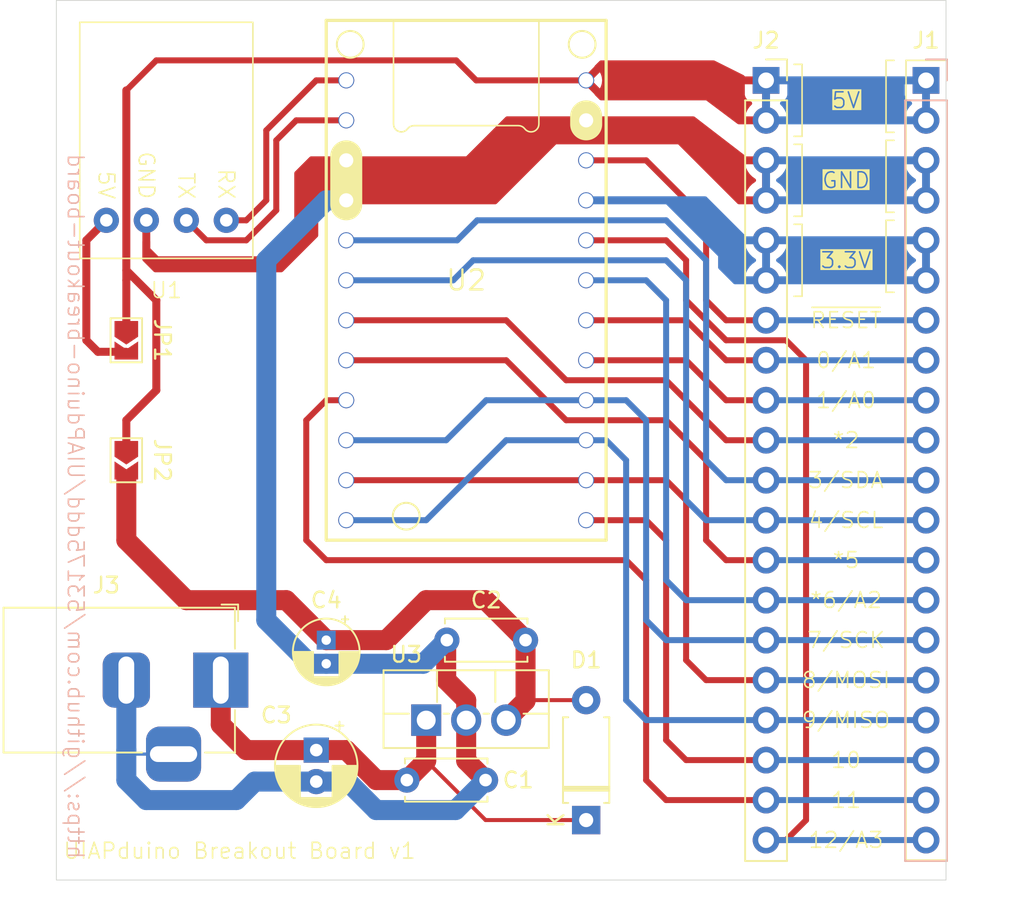
<source format=kicad_pcb>
(kicad_pcb (version 20240108) (generator "pcbnew") (generator_version "8.0")
  (layers (0 "F.Cu" signal) (31 "B.Cu" signal) (34 "B.Paste" user) (35 "F.Paste" user) (36 "B.SilkS" user "B.Silkscreen") (37 "F.SilkS" user "F.Silkscreen") (38 "B.Mask" user) (39 "F.Mask" user) (44 "Edge.Cuts" user))
  (net 0 "")
  (net 1 "+5V")
  (net 2 "Net-(J1-Pin_8)")
  (net 3 "GND")
  (net 4 "Net-(J1-Pin_15)")
  (net 5 "Net-(J1-Pin_11)")
  (net 6 "Net-(J1-Pin_19)")
  (net 7 "Net-(J1-Pin_9)")
  (net 8 "Net-(J1-Pin_20)")
  (net 9 "Net-(J1-Pin_10)")
  (net 10 "Net-(J1-Pin_13)")
  (net 11 "+3.3V")
  (net 12 "Net-(J1-Pin_17)")
  (net 13 "Net-(J1-Pin_18)")
  (net 14 "Net-(J1-Pin_16)")
  (net 15 "Net-(J1-Pin_12)")
  (net 16 "Net-(J1-Pin_14)")
  (net 17 "Net-(U1-TX)")
  (net 18 "Net-(U1-RX)")
  (net 19 "Net-(J1-Pin_7)")
  (net 20 "+12V")
  (net 21 "Net-(D1-A)")
  (net 22 "Net-(JP1-B)")
  (footprint "akizuki:FT234X" (layer "F.Cu") (at 133.35 63.5)
    (property "Reference" "U1" (at 0 17.145 0) (layer "F.SilkS") (effects (font (thickness 0.1))))
    (property "Value" "~")
    (fp_text user "TX" (at 1.27 11.43 -90) (layer "F.SilkS") (effects (font (thickness 0.1)) (justify right)))
    (fp_text user "5V" (at -3.81 11.43 -90) (layer "F.SilkS") (effects (font (thickness 0.1)) (justify right)))
    (fp_text user "GND" (at -1.27 11.43 -90) (layer "F.SilkS") (effects (font (thickness 0.1)) (justify right)))
    (fp_text user "RX" (at 3.81 11.43 -90) (layer "F.SilkS") (effects (font (thickness 0.1)) (justify right)))
    (pad "1" thru_hole circle (at -3.81 12.7 90) (size 1.6 1.6) (drill 0.8) (layers "*.Cu" "*.Mask") (net 22 "Net-(JP1-B)"))
    (pad "2" thru_hole circle (at -1.27 12.7 90) (size 1.6 1.6) (drill 0.8) (layers "*.Cu" "*.Mask") (net 3 "GND"))
    (pad "3" thru_hole circle (at 1.27 12.7 90) (size 1.6 1.6) (drill 0.8) (layers "*.Cu" "*.Mask") (net 17 "Net-(U1-TX)"))
    (pad "4" thru_hole circle (at 3.81 12.7 90) (size 1.6 1.6) (drill 0.8) (layers "*.Cu" "*.Mask") (net 18 "Net-(U1-RX)"))
  )
  (footprint "Jumper:SolderJumper-2_P1.3mm_Open_TrianglePad1.0x1.5mm" (layer "F.Cu") (at 130.81 83.82 -90)
    (property "Reference" "JP1" (at 0 -2.286 -90) (layer "F.SilkS"))
    (property "Value" "Jumper_2_Open")
    (pad "1" smd custom (at -0.725 0 270) (size 0.3 0.3) (layers "F.Cu" "F.Mask") (net 1 "+5V") (options (clearance outline) (anchor rect)) (primitives (gr_poly (pts (xy 1 0) (xy 0.5 0.75) (xy -0.5 0.75) (xy -0.5 -0.75) (xy 0.5 -0.75)) (width 0) (fill yes))))
    (pad "2" smd custom (at 0.725 0 270) (size 0.3 0.3) (layers "F.Cu" "F.Mask") (net 22 "Net-(JP1-B)") (options (clearance outline) (anchor rect)) (primitives (gr_poly (pts (xy 0.5 0.75) (xy -0.65 0.75) (xy -0.15 0) (xy -0.65 -0.75) (xy 0.5 -0.75)) (width 0) (fill yes))))
  )
  (footprint "Diode_THT:D_A-405_P7.62mm_Horizontal" (layer "F.Cu") (at 160.02 114.3 90)
    (property "Reference" "D1" (at 10.16 0 0) (layer "F.SilkS"))
    (property "Value" "D")
    (fp_text user "K" (at 0 -1.9 90) (layer "F.SilkS"))
    (pad "1" thru_hole rect (at 0 0 90) (size 1.8 1.8) (drill 0.9) (layers "*.Cu" "*.Mask") (net 20 "+12V"))
    (pad "2" thru_hole oval (at 7.62 0 90) (size 1.8 1.8) (drill 0.9) (layers "*.Cu" "*.Mask") (net 21 "Net-(D1-A)"))
  )
  (footprint "Package_TO_SOT_THT:TO-220F-3_Vertical" (layer "F.Cu") (at 149.86 107.95)
    (property "Reference" "U3" (at -1.27 -4.1675 0) (layer "F.SilkS"))
    (property "Value" "L7805")
    (pad "1" thru_hole rect (at 0 0) (size 1.905 2) (drill 1.2) (layers "*.Cu" "*.Mask") (net 20 "+12V"))
    (pad "2" thru_hole oval (at 2.54 0) (size 1.905 2) (drill 1.2) (layers "*.Cu" "*.Mask") (net 3 "GND"))
    (pad "3" thru_hole oval (at 5.08 0) (size 1.905 2) (drill 1.2) (layers "*.Cu" "*.Mask") (net 21 "Net-(D1-A)"))
  )
  (footprint "Capacitor_THT:CP_Radial_D5.0mm_P2.00mm" (layer "F.Cu") (at 142.875 109.855 -90)
    (property "Reference" "C3" (at -2.219888 2.54 0) (layer "F.SilkS"))
    (property "Value" "47u")
    (pad "1" thru_hole rect (at 0 0 270) (size 1.6 1.6) (drill 0.8) (layers "*.Cu" "*.Mask") (net 20 "+12V"))
    (pad "2" thru_hole circle (at 2 0 270) (size 1.6 1.6) (drill 0.8) (layers "*.Cu" "*.Mask") (net 3 "GND"))
  )
  (footprint "Connector_BarrelJack:BarrelJack_Horizontal" (layer "F.Cu") (at 136.81 105.41)
    (property "Reference" "J3" (at -7.27 -6.0275 0) (layer "F.SilkS"))
    (property "Value" "Barrel_Jack_Switch")
    (pad "1" thru_hole rect (at 0 0) (size 3.5 3.5) (drill oval 1 3) (layers "*.Cu" "*.Mask") (net 20 "+12V") (thermal_bridge_width 2))
    (pad "2" thru_hole roundrect (at -6 0) (size 3 3.5) (drill oval 1 3) (layers "*.Cu" "*.Mask") (net 3 "GND"))
    (pad "3" thru_hole roundrect (at -3 4.7) (size 3.5 3.5) (drill oval 3 1) (layers "*.Cu" "*.Mask") (net 3 "GND"))
  )
  (footprint "Capacitor_THT:C_Disc_D5.0mm_W2.5mm_P5.00mm" (layer "F.Cu") (at 148.63 111.76)
    (property "Reference" "C1" (at 7.072 0 180) (layer "F.SilkS"))
    (property "Value" "0.22u")
    (pad "1" thru_hole circle (at 0 0) (size 1.6 1.6) (drill 0.8) (layers "*.Cu" "*.Mask") (net 20 "+12V"))
    (pad "2" thru_hole circle (at 5 0) (size 1.6 1.6) (drill 0.8) (layers "*.Cu" "*.Mask") (net 3 "GND"))
  )
  (footprint "Capacitor_THT:C_Disc_D5.0mm_W2.5mm_P5.00mm" (layer "F.Cu") (at 156.17 102.87 180)
    (property "Reference" "C2" (at 2.5 2.54 0) (layer "F.SilkS"))
    (property "Value" "0.1u")
    (pad "1" thru_hole circle (at 0 0 180) (size 1.6 1.6) (drill 0.8) (layers "*.Cu" "*.Mask") (net 21 "Net-(D1-A)"))
    (pad "2" thru_hole circle (at 5 0 180) (size 1.6 1.6) (drill 0.8) (layers "*.Cu" "*.Mask") (net 3 "GND"))
  )
  (footprint "Connector_PinSocket_2.54mm:PinSocket_1x20_P2.54mm_Vertical" (layer "F.Cu") (at 171.45 67.31)
    (property "Reference" "J2" (at 0 -2.54 0) (layer "F.SilkS"))
    (property "Value" "Conn_01x20_Socket")
    (pad "1" thru_hole rect (at 0 0) (size 1.7 1.7) (drill 1) (layers "*.Cu" "*.Mask") (net 1 "+5V"))
    (pad "2" thru_hole oval (at 0 2.54) (size 1.7 1.7) (drill 1) (layers "*.Cu" "*.Mask") (net 1 "+5V"))
    (pad "3" thru_hole oval (at 0 5.08) (size 1.7 1.7) (drill 1) (layers "*.Cu" "*.Mask") (net 3 "GND"))
    (pad "4" thru_hole oval (at 0 7.62) (size 1.7 1.7) (drill 1) (layers "*.Cu" "*.Mask") (net 3 "GND"))
    (pad "5" thru_hole oval (at 0 10.16) (size 1.7 1.7) (drill 1) (layers "*.Cu" "*.Mask") (net 11 "+3.3V"))
    (pad "6" thru_hole oval (at 0 12.7) (size 1.7 1.7) (drill 1) (layers "*.Cu" "*.Mask") (net 11 "+3.3V"))
    (pad "7" thru_hole oval (at 0 15.24) (size 1.7 1.7) (drill 1) (layers "*.Cu" "*.Mask") (net 19 "Net-(J1-Pin_7)"))
    (pad "8" thru_hole oval (at 0 17.78) (size 1.7 1.7) (drill 1) (layers "*.Cu" "*.Mask") (net 2 "Net-(J1-Pin_8)"))
    (pad "9" thru_hole oval (at 0 20.32) (size 1.7 1.7) (drill 1) (layers "*.Cu" "*.Mask") (net 7 "Net-(J1-Pin_9)"))
    (pad "10" thru_hole oval (at 0 22.86) (size 1.7 1.7) (drill 1) (layers "*.Cu" "*.Mask") (net 9 "Net-(J1-Pin_10)"))
    (pad "11" thru_hole oval (at 0 25.4) (size 1.7 1.7) (drill 1) (layers "*.Cu" "*.Mask") (net 5 "Net-(J1-Pin_11)"))
    (pad "12" thru_hole oval (at 0 27.94) (size 1.7 1.7) (drill 1) (layers "*.Cu" "*.Mask") (net 15 "Net-(J1-Pin_12)"))
    (pad "13" thru_hole oval (at 0 30.48) (size 1.7 1.7) (drill 1) (layers "*.Cu" "*.Mask") (net 10 "Net-(J1-Pin_13)"))
    (pad "14" thru_hole oval (at 0 33.02) (size 1.7 1.7) (drill 1) (layers "*.Cu" "*.Mask") (net 16 "Net-(J1-Pin_14)"))
    (pad "15" thru_hole oval (at 0 35.56) (size 1.7 1.7) (drill 1) (layers "*.Cu" "*.Mask") (net 4 "Net-(J1-Pin_15)"))
    (pad "16" thru_hole oval (at 0 38.1) (size 1.7 1.7) (drill 1) (layers "*.Cu" "*.Mask") (net 14 "Net-(J1-Pin_16)"))
    (pad "17" thru_hole oval (at 0 40.64) (size 1.7 1.7) (drill 1) (layers "*.Cu" "*.Mask") (net 12 "Net-(J1-Pin_17)"))
    (pad "18" thru_hole oval (at 0 43.18) (size 1.7 1.7) (drill 1) (layers "*.Cu" "*.Mask") (net 13 "Net-(J1-Pin_18)"))
    (pad "19" thru_hole oval (at 0 45.72) (size 1.7 1.7) (drill 1) (layers "*.Cu" "*.Mask") (net 6 "Net-(J1-Pin_19)"))
    (pad "20" thru_hole oval (at 0 48.26) (size 1.7 1.7) (drill 1) (layers "*.Cu" "*.Mask") (net 8 "Net-(J1-Pin_20)"))
  )
  (footprint "UIAP-Devices:UIAPDUINO-PRO-MICRO-CH32V003-V1DOT4" (layer "F.Cu") (at 152.4 80.01)
    (property "Reference" "U2" (at 0 0 0) (layer "F.SilkS") (effects (font (size 1.27 1.27))))
    (property "Value" "~")
    (pad "1" thru_hole circle (at -7.62 -12.7) (size 1.016 1.016) (drill 0.89916) (layers "*.Cu" "*.Paste" "*.Mask") (net 18 "Net-(U1-RX)"))
    (pad "2" thru_hole circle (at -7.62 -10.16) (size 1.016 1.016) (drill 0.89916) (layers "*.Cu" "*.Paste" "*.Mask") (net 17 "Net-(U1-TX)"))
    (pad "3" thru_hole circle (at -7.62 -7.62) (size 1.016 1.016) (drill 0.89916) (layers "*.Cu" "*.Paste" "*.Mask") (net 3 "GND"))
    (pad "4" thru_hole circle (at -7.62 -5.08) (size 1.016 1.016) (drill 0.89916) (layers "*.Cu" "*.Paste" "*.Mask") (net 3 "GND"))
    (pad "5" thru_hole circle (at -7.62 -2.54) (size 1.016 1.016) (drill 0.89916) (layers "*.Cu" "*.Paste" "*.Mask") (net 5 "Net-(J1-Pin_11)"))
    (pad "6" thru_hole circle (at -7.62 0) (size 1.016 1.016) (drill 0.89916) (layers "*.Cu" "*.Paste" "*.Mask") (net 15 "Net-(J1-Pin_12)"))
    (pad "7" thru_hole circle (at -7.62 2.54) (size 1.016 1.016) (drill 0.89916) (layers "*.Cu" "*.Paste" "*.Mask") (net 9 "Net-(J1-Pin_10)"))
    (pad "8" thru_hole circle (at -7.62 5.08) (size 1.016 1.016) (drill 0.89916) (layers "*.Cu" "*.Paste" "*.Mask") (net 10 "Net-(J1-Pin_13)"))
    (pad "9" thru_hole circle (at -7.62 7.62) (size 1.016 1.016) (drill 0.89916) (layers "*.Cu" "*.Paste" "*.Mask") (net 6 "Net-(J1-Pin_19)"))
    (pad "10" thru_hole circle (at -7.62 10.16) (size 1.016 1.016) (drill 0.89916) (layers "*.Cu" "*.Paste" "*.Mask") (net 4 "Net-(J1-Pin_15)"))
    (pad "11" thru_hole circle (at -7.62 12.7) (size 1.016 1.016) (drill 0.89916) (layers "*.Cu" "*.Paste" "*.Mask") (net 14 "Net-(J1-Pin_16)"))
    (pad "12" thru_hole circle (at -7.62 15.24) (size 1.016 1.016) (drill 0.89916) (layers "*.Cu" "*.Paste" "*.Mask") (net 12 "Net-(J1-Pin_17)"))
    (pad "13" thru_hole circle (at 7.62 15.24) (size 1.016 1.016) (drill 0.89916) (layers "*.Cu" "*.Paste" "*.Mask") (net 13 "Net-(J1-Pin_18)"))
    (pad "14" thru_hole circle (at 7.62 12.7) (size 1.016 1.016) (drill 0.89916) (layers "*.Cu" "*.Paste" "*.Mask") (net 14 "Net-(J1-Pin_16)"))
    (pad "15" thru_hole circle (at 7.62 10.16) (size 1.016 1.016) (drill 0.89916) (layers "*.Cu" "*.Paste" "*.Mask") (net 12 "Net-(J1-Pin_17)"))
    (pad "16" thru_hole circle (at 7.62 7.62) (size 1.016 1.016) (drill 0.89916) (layers "*.Cu" "*.Paste" "*.Mask") (net 4 "Net-(J1-Pin_15)"))
    (pad "17" thru_hole circle (at 7.62 5.08) (size 1.016 1.016) (drill 0.89916) (layers "*.Cu" "*.Paste" "*.Mask") (net 7 "Net-(J1-Pin_9)"))
    (pad "18" thru_hole circle (at 7.62 2.54) (size 1.016 1.016) (drill 0.89916) (layers "*.Cu" "*.Paste" "*.Mask") (net 2 "Net-(J1-Pin_8)"))
    (pad "19" thru_hole circle (at 7.62 0) (size 1.016 1.016) (drill 0.89916) (layers "*.Cu" "*.Paste" "*.Mask") (net 16 "Net-(J1-Pin_14)"))
    (pad "20" thru_hole circle (at 7.62 -2.54) (size 1.016 1.016) (drill 0.89916) (layers "*.Cu" "*.Paste" "*.Mask") (net 8 "Net-(J1-Pin_20)"))
    (pad "21" thru_hole circle (at 7.62 -5.08) (size 1.016 1.016) (drill 0.89916) (layers "*.Cu" "*.Paste" "*.Mask") (net 11 "+3.3V"))
    (pad "22" thru_hole circle (at 7.62 -7.62) (size 1.016 1.016) (drill 0.89916) (layers "*.Cu" "*.Paste" "*.Mask") (net 19 "Net-(J1-Pin_7)"))
    (pad "23" thru_hole circle (at 7.62 -10.16) (size 1.016 1.016) (drill 0.89916) (layers "*.Cu" "*.Paste" "*.Mask") (net 3 "GND"))
    (pad "24" thru_hole circle (at 7.62 -12.7) (size 1.016 1.016) (drill 0.89916) (layers "*.Cu" "*.Paste" "*.Mask") (net 1 "+5V"))
  )
  (footprint "Capacitor_THT:CP_Radial_D4.0mm_P1.50mm" (layer "F.Cu") (at 143.51 102.87 -90)
    (property "Reference" "C4" (at -2.54 0 0) (layer "F.SilkS"))
    (property "Value" "10u")
    (pad "1" thru_hole rect (at 0 0 270) (size 1.2 1.2) (drill 0.6) (layers "*.Cu" "*.Mask") (net 21 "Net-(D1-A)") (thermal_bridge_width 1))
    (pad "2" thru_hole circle (at 1.5 0 270) (size 1.2 1.2) (drill 0.6) (layers "*.Cu" "*.Mask") (net 3 "GND"))
  )
  (footprint "Jumper:SolderJumper-2_P1.3mm_Open_TrianglePad1.0x1.5mm" (layer "F.Cu") (at 130.81 91.44 -90)
    (property "Reference" "JP2" (at 0 -2.286 -90) (layer "F.SilkS"))
    (property "Value" "Jumper_2_Open")
    (pad "1" smd custom (at -0.725 0 270) (size 0.3 0.3) (layers "F.Cu" "F.Mask") (net 1 "+5V") (options (clearance outline) (anchor rect)) (primitives (gr_poly (pts (xy 1 0) (xy 0.5 0.75) (xy -0.5 0.75) (xy -0.5 -0.75) (xy 0.5 -0.75)) (width 0) (fill yes))))
    (pad "2" smd custom (at 0.725 0 270) (size 0.3 0.3) (layers "F.Cu" "F.Mask") (net 21 "Net-(D1-A)") (options (clearance outline) (anchor rect)) (primitives (gr_poly (pts (xy 0.5 0.75) (xy -0.65 0.75) (xy -0.15 0) (xy -0.65 -0.75) (xy 0.5 -0.75)) (width 0) (fill yes))))
  )
  (footprint "Connector_PinHeader_2.54mm:PinHeader_1x20_P2.54mm_Vertical" (layer "B.Cu") (at 181.61 67.31 180)
    (property "Reference" "J1" (at 0 2.54 0) (layer "F.SilkS"))
    (property "Value" "Conn_01x20_Pin")
    (pad "1" thru_hole rect (at 0 0 180) (size 1.7 1.7) (drill 1) (layers "*.Cu" "*.Mask") (net 1 "+5V"))
    (pad "2" thru_hole oval (at 0 -2.54 180) (size 1.7 1.7) (drill 1) (layers "*.Cu" "*.Mask") (net 1 "+5V"))
    (pad "3" thru_hole oval (at 0 -5.08 180) (size 1.7 1.7) (drill 1) (layers "*.Cu" "*.Mask") (net 3 "GND"))
    (pad "4" thru_hole oval (at 0 -7.62 180) (size 1.7 1.7) (drill 1) (layers "*.Cu" "*.Mask") (net 3 "GND"))
    (pad "5" thru_hole oval (at 0 -10.16 180) (size 1.7 1.7) (drill 1) (layers "*.Cu" "*.Mask") (net 11 "+3.3V"))
    (pad "6" thru_hole oval (at 0 -12.7 180) (size 1.7 1.7) (drill 1) (layers "*.Cu" "*.Mask") (net 11 "+3.3V"))
    (pad "7" thru_hole oval (at 0 -15.24 180) (size 1.7 1.7) (drill 1) (layers "*.Cu" "*.Mask") (net 19 "Net-(J1-Pin_7)"))
    (pad "8" thru_hole oval (at 0 -17.78 180) (size 1.7 1.7) (drill 1) (layers "*.Cu" "*.Mask") (net 2 "Net-(J1-Pin_8)"))
    (pad "9" thru_hole oval (at 0 -20.32 180) (size 1.7 1.7) (drill 1) (layers "*.Cu" "*.Mask") (net 7 "Net-(J1-Pin_9)"))
    (pad "10" thru_hole oval (at 0 -22.86 180) (size 1.7 1.7) (drill 1) (layers "*.Cu" "*.Mask") (net 9 "Net-(J1-Pin_10)"))
    (pad "11" thru_hole oval (at 0 -25.4 180) (size 1.7 1.7) (drill 1) (layers "*.Cu" "*.Mask") (net 5 "Net-(J1-Pin_11)"))
    (pad "12" thru_hole oval (at 0 -27.94 180) (size 1.7 1.7) (drill 1) (layers "*.Cu" "*.Mask") (net 15 "Net-(J1-Pin_12)"))
    (pad "13" thru_hole oval (at 0 -30.48 180) (size 1.7 1.7) (drill 1) (layers "*.Cu" "*.Mask") (net 10 "Net-(J1-Pin_13)"))
    (pad "14" thru_hole oval (at 0 -33.02 180) (size 1.7 1.7) (drill 1) (layers "*.Cu" "*.Mask") (net 16 "Net-(J1-Pin_14)"))
    (pad "15" thru_hole oval (at 0 -35.56 180) (size 1.7 1.7) (drill 1) (layers "*.Cu" "*.Mask") (net 4 "Net-(J1-Pin_15)"))
    (pad "16" thru_hole oval (at 0 -38.1 180) (size 1.7 1.7) (drill 1) (layers "*.Cu" "*.Mask") (net 14 "Net-(J1-Pin_16)"))
    (pad "17" thru_hole oval (at 0 -40.64 180) (size 1.7 1.7) (drill 1) (layers "*.Cu" "*.Mask") (net 12 "Net-(J1-Pin_17)"))
    (pad "18" thru_hole oval (at 0 -43.18 180) (size 1.7 1.7) (drill 1) (layers "*.Cu" "*.Mask") (net 13 "Net-(J1-Pin_18)"))
    (pad "19" thru_hole oval (at 0 -45.72 180) (size 1.7 1.7) (drill 1) (layers "*.Cu" "*.Mask") (net 6 "Net-(J1-Pin_19)"))
    (pad "20" thru_hole oval (at 0 -48.26 180) (size 1.7 1.7) (drill 1) (layers "*.Cu" "*.Mask") (net 8 "Net-(J1-Pin_20)"))
  )
  (gr_line (start 173.228 66.294) (end 173.736 66.294) (stroke (width 0.1)) (layer "F.SilkS"))
  (gr_line (start 173.736 71.374) (end 173.736 75.946) (stroke (width 0.1)) (layer "F.SilkS"))
  (gr_line (start 179.578 75.692) (end 179.07 75.692) (stroke (width 0.1)) (layer "F.SilkS"))
  (gr_line (start 173.736 81.026) (end 173.228 81.026) (stroke (width 0.1)) (layer "F.SilkS"))
  (gr_line (start 182.88 116.84) (end 180.34 116.84) (stroke (width 0.1)) (layer "F.SilkS"))
  (gr_line (start 180.34 66.04) (end 182.88 66.04) (stroke (width 0.1)) (layer "F.SilkS"))
  (gr_line (start 173.228 71.374) (end 173.736 71.374) (stroke (width 0.1)) (layer "F.SilkS"))
  (gr_line (start 179.578 70.612) (end 179.07 70.612) (stroke (width 0.1)) (layer "F.SilkS"))
  (gr_line (start 179.07 70.612) (end 179.07 66.04) (stroke (width 0.1)) (layer "F.SilkS"))
  (gr_line (start 180.34 116.84) (end 180.34 66.04) (stroke (width 0.1)) (layer "F.SilkS"))
  (gr_line (start 179.578 80.772) (end 179.07 80.772) (stroke (width 0.1)) (layer "F.SilkS"))
  (gr_line (start 173.736 76.454) (end 173.736 81.026) (stroke (width 0.1)) (layer "F.SilkS"))
  (gr_line (start 179.07 80.772) (end 179.07 76.2) (stroke (width 0.1)) (layer "F.SilkS"))
  (gr_line (start 179.07 71.12) (end 179.578 71.12) (stroke (width 0.1)) (layer "F.SilkS"))
  (gr_line (start 179.07 66.04) (end 179.578 66.04) (stroke (width 0.1)) (layer "F.SilkS"))
  (gr_line (start 173.228 76.454) (end 173.736 76.454) (stroke (width 0.1)) (layer "F.SilkS"))
  (gr_line (start 173.736 75.946) (end 173.228 75.946) (stroke (width 0.1)) (layer "F.SilkS"))
  (gr_line (start 179.07 75.692) (end 179.07 71.12) (stroke (width 0.1)) (layer "F.SilkS"))
  (gr_line (start 179.07 76.2) (end 179.578 76.2) (stroke (width 0.1)) (layer "F.SilkS"))
  (gr_line (start 173.736 66.294) (end 173.736 70.866) (stroke (width 0.1)) (layer "F.SilkS"))
  (gr_line (start 173.736 70.866) (end 173.228 70.866) (stroke (width 0.1)) (layer "F.SilkS"))
  (gr_rect (start 126.365 62.23) (end 182.88 118.11) (stroke (width 0.05)) (fill none) (layer "Edge.Cuts"))
  (gr_text "https://github.com/53175ddd/UIAPduino-breakout-board" (at 127 116.84 -90) (layer "B.SilkS") (effects (font (size 1 1) (thickness 0.1)) (justify left bottom mirror)))
  (gr_text "0/A1" (at 176.53 85.09 0) (layer "F.SilkS") (effects (font (size 1 1) (thickness 0.1))))
  (gr_text "3/SDA" (at 176.53 92.71 0) (layer "F.SilkS") (effects (font (size 1 1) (thickness 0.1))))
  (gr_text "UIAPduino Breakout Board v1" (at 126.746 116.84 0) (layer "F.SilkS") (effects (font (size 1 1) (thickness 0.1)) (justify left bottom)))
  (gr_text "1/A0" (at 176.53 87.63 0) (layer "F.SilkS") (effects (font (size 1 1) (thickness 0.1))))
  (gr_text "11" (at 176.53 113.03 0) (layer "F.SilkS") (effects (font (size 1 1) (thickness 0.1))))
  (gr_text "5V" (at 176.53 68.58 0) (layer "F.SilkS" knockout) (effects (font (size 1 1) (thickness 0.1))))
  (gr_text "*5" (at 176.53 97.79 0) (layer "F.SilkS") (effects (font (size 1 1) (thickness 0.1))))
  (gr_text "*6/A2" (at 176.53 100.33 0) (layer "F.SilkS") (effects (font (size 1 1) (thickness 0.1))))
  (gr_text "12/A3" (at 176.53 115.57 0) (layer "F.SilkS") (effects (font (size 1 1) (thickness 0.1))))
  (gr_text "9/MISO" (at 176.53 107.95 0) (layer "F.SilkS") (effects (font (size 1 1) (thickness 0.1))))
  (gr_text "GND" (at 176.53 73.66 0) (layer "F.SilkS" knockout) (effects (font (size 1 1) (thickness 0.1))))
  (gr_text "3.3V" (at 176.53 78.74 0) (layer "F.SilkS" knockout) (effects (font (size 1 1) (thickness 0.1))))
  (gr_text "7/SCK" (at 176.53 102.87 0) (layer "F.SilkS") (effects (font (size 1 1) (thickness 0.1))))
  (gr_text "~{RESET}" (at 176.53 82.55 0) (layer "F.SilkS") (effects (font (size 1 1) (thickness 0.1))))
  (gr_text "4/SCL" (at 176.53 95.25 0) (layer "F.SilkS") (effects (font (size 1 1) (thickness 0.1))))
  (gr_text "*2" (at 176.53 90.17 0) (layer "F.SilkS") (effects (font (size 1 1) (thickness 0.1))))
  (gr_text "10" (at 176.53 110.49 0) (layer "F.SilkS") (effects (font (size 1 1) (thickness 0.1))))
  (gr_text "8/MOSI" (at 176.53 105.41 0) (layer "F.SilkS") (effects (font (size 1 1) (thickness 0.1))))
  (segment (start 130.81 90.715) (end 130.81 88.9) (width 0.508) (layer "F.Cu") (net 1))
  (segment (start 132.715 81.28) (end 130.81 79.375) (width 0.508) (layer "F.Cu") (net 1))
  (segment (start 153.035 67.31) (end 160.02 67.31) (width 0.381) (layer "F.Cu") (net 1))
  (segment (start 130.81 83.095) (end 130.81 80.01) (width 0.508) (layer "F.Cu") (net 1))
  (segment (start 130.81 88.9) (end 132.715 86.995) (width 0.508) (layer "F.Cu") (net 1))
  (segment (start 130.81 67.945) (end 132.715 66.04) (width 0.381) (layer "F.Cu") (net 1))
  (segment (start 151.765 66.04) (end 153.035 67.31) (width 0.381) (layer "F.Cu") (net 1))
  (segment (start 132.715 66.04) (end 151.765 66.04) (width 0.381) (layer "F.Cu") (net 1))
  (segment (start 132.715 86.995) (end 132.715 81.28) (width 0.508) (layer "F.Cu") (net 1))
  (segment (start 130.81 80.01) (end 130.81 67.945) (width 0.508) (layer "F.Cu") (net 1))
  (segment (start 168.91 85.09) (end 166.37 82.55) (width 0.381) (layer "F.Cu") (net 2))
  (segment (start 166.37 82.55) (end 160.02 82.55) (width 0.381) (layer "F.Cu") (net 2))
  (segment (start 171.45 85.09) (end 168.91 85.09) (width 0.381) (layer "F.Cu") (net 2))
  (segment (start 181.61 85.09) (end 171.45 85.09) (width 0.381) (layer "B.Cu") (net 2))
  (segment (start 151.13 102.91) (end 151.17 102.87) (width 1.27) (layer "F.Cu") (net 3))
  (segment (start 152.4 110.53) (end 153.63 111.76) (width 1.27) (layer "F.Cu") (net 3))
  (segment (start 152.4 107.95) (end 152.4 110.53) (width 1.27) (layer "F.Cu") (net 3))
  (segment (start 152.4 107.95) (end 152.4 106.68) (width 1.27) (layer "F.Cu") (net 3))
  (segment (start 151.13 105.41) (end 151.13 102.91) (width 1.27) (layer "F.Cu") (net 3))
  (segment (start 152.4 106.68) (end 151.13 105.41) (width 1.27) (layer "F.Cu") (net 3))
  (segment (start 144.875 111.855) (end 146.685 113.665) (width 1.27) (layer "B.Cu") (net 3))
  (segment (start 131.065 110.11) (end 130.81 109.855) (width 0.2) (layer "B.Cu") (net 3))
  (segment (start 137.795 113.03) (end 138.97 111.855) (width 1.27) (layer "B.Cu") (net 3))
  (segment (start 130.81 109.855) (end 130.81 111.76) (width 1.27) (layer "B.Cu") (net 3))
  (segment (start 138.97 111.855) (end 142.875 111.855) (width 1.27) (layer "B.Cu") (net 3))
  (segment (start 139.7 78.74) (end 143.51 74.93) (width 1.27) (layer "B.Cu") (net 3))
  (segment (start 142.875 111.855) (end 144.875 111.855) (width 1.27) (layer "B.Cu") (net 3))
  (segment (start 132.08 113.03) (end 137.795 113.03) (width 1.27) (layer "B.Cu") (net 3))
  (segment (start 133.81 110.11) (end 131.065 110.11) (width 0.2) (layer "B.Cu") (net 3))
  (segment (start 139.7 101.6) (end 139.7 78.74) (width 1.27) (layer "B.Cu") (net 3))
  (segment (start 130.81 105.41) (end 130.81 109.855) (width 1.27) (layer "B.Cu") (net 3))
  (segment (start 142.47 104.37) (end 139.7 101.6) (width 1.27) (layer "B.Cu") (net 3))
  (segment (start 149.67 104.37) (end 143.51 104.37) (width 1.27) (layer "B.Cu") (net 3))
  (segment (start 143.51 104.37) (end 142.47 104.37) (width 1.27) (layer "B.Cu") (net 3))
  (segment (start 146.685 113.665) (end 151.725 113.665) (width 1.27) (layer "B.Cu") (net 3))
  (segment (start 143.51 74.93) (end 144.78 74.93) (width 1.27) (layer "B.Cu") (net 3))
  (segment (start 151.17 102.87) (end 149.67 104.37) (width 1.27) (layer "B.Cu") (net 3))
  (segment (start 151.725 113.665) (end 153.63 111.76) (width 1.27) (layer "B.Cu") (net 3))
  (segment (start 130.81 111.76) (end 132.08 113.03) (width 1.27) (layer "B.Cu") (net 3))
  (segment (start 144.78 90.17) (end 151.13 90.17) (width 0.381) (layer "B.Cu") (net 4))
  (segment (start 160.02 87.63) (end 162.56 87.63) (width 0.381) (layer "B.Cu") (net 4))
  (segment (start 163.83 101.6) (end 163.83 88.9) (width 0.381) (layer "B.Cu") (net 4))
  (segment (start 163.83 88.9) (end 162.56 87.63) (width 0.381) (layer "B.Cu") (net 4))
  (segment (start 165.1 102.87) (end 163.83 101.6) (width 0.381) (layer "B.Cu") (net 4))
  (segment (start 171.45 102.87) (end 181.61 102.87) (width 0.381) (layer "B.Cu") (net 4))
  (segment (start 153.67 87.63) (end 160.02 87.63) (width 0.381) (layer "B.Cu") (net 4))
  (segment (start 151.13 90.17) (end 153.67 87.63) (width 0.381) (layer "B.Cu") (net 4))
  (segment (start 171.45 102.87) (end 165.1 102.87) (width 0.381) (layer "B.Cu") (net 4))
  (segment (start 153.0985 76.2) (end 165.1 76.2) (width 0.381) (layer "B.Cu") (net 5))
  (segment (start 168.91 92.71) (end 167.64 91.44) (width 0.381) (layer "B.Cu") (net 5))
  (segment (start 153.0985 76.2) (end 151.8285 77.47) (width 0.381) (layer "B.Cu") (net 5))
  (segment (start 167.64 78.74) (end 165.1 76.2) (width 0.381) (layer "B.Cu") (net 5))
  (segment (start 171.45 92.71) (end 168.91 92.71) (width 0.381) (layer "B.Cu") (net 5))
  (segment (start 171.45 92.71) (end 181.61 92.71) (width 0.381) (layer "B.Cu") (net 5))
  (segment (start 151.8285 77.47) (end 144.78 77.47) (width 0.381) (layer "B.Cu") (net 5))
  (segment (start 167.64 91.44) (end 167.64 78.74) (width 0.381) (layer "B.Cu") (net 5))
  (segment (start 163.83 111.76) (end 165.1 113.03) (width 0.381) (layer "F.Cu") (net 6))
  (segment (start 144.78 87.63) (end 143.51 87.63) (width 0.381) (layer "F.Cu") (net 6))
  (segment (start 142.24 88.9) (end 142.24 96.520168) (width 0.381) (layer "F.Cu") (net 6))
  (segment (start 143.51 87.63) (end 142.24 88.9) (width 0.381) (layer "F.Cu") (net 6))
  (segment (start 142.24 96.520168) (end 143.509832 97.79) (width 0.381) (layer "F.Cu") (net 6))
  (segment (start 162.56 97.79) (end 163.83 99.06) (width 0.381) (layer "F.Cu") (net 6))
  (segment (start 162.56 97.79) (end 143.509832 97.79) (width 0.381) (layer "F.Cu") (net 6))
  (segment (start 165.1 113.03) (end 171.45 113.03) (width 0.381) (layer "F.Cu") (net 6))
  (segment (start 163.83 99.06) (end 163.83 111.76) (width 0.381) (layer "F.Cu") (net 6))
  (segment (start 171.45 113.03) (end 181.61 113.03) (width 0.381) (layer "B.Cu") (net 6))
  (segment (start 171.45 87.63) (end 168.91 87.63) (width 0.381) (layer "F.Cu") (net 7))
  (segment (start 168.91 87.63) (end 166.37 85.09) (width 0.381) (layer "F.Cu") (net 7))
  (segment (start 166.37 85.09) (end 160.02 85.09) (width 0.381) (layer "F.Cu") (net 7))
  (segment (start 171.45 87.63) (end 181.61 87.63) (width 0.381) (layer "B.Cu") (net 7))
  (segment (start 166.37 78.74) (end 166.37 81.28) (width 0.381) (layer "F.Cu") (net 8))
  (segment (start 165.1 77.47) (end 166.37 78.74) (width 0.381) (layer "F.Cu") (net 8))
  (segment (start 173.99 114.3) (end 172.72 115.57) (width 0.381) (layer "F.Cu") (net 8))
  (segment (start 172.72 83.82) (end 173.99 85.09) (width 0.381) (layer "F.Cu") (net 8))
  (segment (start 166.37 81.28) (end 168.91 83.82) (width 0.381) (layer "F.Cu") (net 8))
  (segment (start 172.72 115.57) (end 171.45 115.57) (width 0.381) (layer "F.Cu") (net 8))
  (segment (start 168.91 83.82) (end 172.72 83.82) (width 0.381) (layer "F.Cu") (net 8))
  (segment (start 160.02 77.47) (end 165.1 77.47) (width 0.381) (layer "F.Cu") (net 8))
  (segment (start 173.99 85.09) (end 173.99 114.3) (width 0.381) (layer "F.Cu") (net 8))
  (segment (start 181.61 115.57) (end 171.45 115.57) (width 0.381) (layer "B.Cu") (net 8))
  (segment (start 165.1 86.36) (end 158.75 86.36) (width 0.381) (layer "F.Cu") (net 9))
  (segment (start 154.94 82.55) (end 144.78 82.55) (width 0.381) (layer "F.Cu") (net 9))
  (segment (start 168.91 90.17) (end 165.1 86.36) (width 0.381) (layer "F.Cu") (net 9))
  (segment (start 171.45 90.17) (end 168.91 90.17) (width 0.381) (layer "F.Cu") (net 9))
  (segment (start 158.75 86.36) (end 154.94 82.55) (width 0.381) (layer "F.Cu") (net 9))
  (segment (start 181.61 90.17) (end 171.45 90.17) (width 0.381) (layer "B.Cu") (net 9))
  (segment (start 168.91 97.79) (end 167.64 96.52) (width 0.381) (layer "F.Cu") (net 10))
  (segment (start 158.75 88.9) (end 165.1 88.9) (width 0.381) (layer "F.Cu") (net 10))
  (segment (start 158.75 88.9) (end 154.94 85.09) (width 0.381) (layer "F.Cu") (net 10))
  (segment (start 167.64 91.44) (end 165.1 88.9) (width 0.381) (layer "F.Cu") (net 10))
  (segment (start 167.64 96.52) (end 167.64 91.44) (width 0.381) (layer "F.Cu") (net 10))
  (segment (start 171.45 97.79) (end 168.91 97.79) (width 0.381) (layer "F.Cu") (net 10))
  (segment (start 154.94 85.09) (end 144.78 85.09) (width 0.381) (layer "F.Cu") (net 10))
  (segment (start 171.45 97.79) (end 181.61 97.79) (width 0.381) (layer "B.Cu") (net 10))
  (segment (start 163.83 107.95) (end 162.56 106.68) (width 0.381) (layer "B.Cu") (net 12))
  (segment (start 171.45 107.95) (end 163.83 107.95) (width 0.381) (layer "B.Cu") (net 12))
  (segment (start 154.94 90.17) (end 149.86 95.25) (width 0.381) (layer "B.Cu") (net 12))
  (segment (start 160.02 90.17) (end 161.29 90.17) (width 0.381) (layer "B.Cu") (net 12))
  (segment (start 171.45 107.95) (end 181.61 107.95) (width 0.381) (layer "B.Cu") (net 12))
  (segment (start 162.56 91.44) (end 161.29 90.17) (width 0.381) (layer "B.Cu") (net 12))
  (segment (start 160.02 90.17) (end 154.94 90.17) (width 0.381) (layer "B.Cu") (net 12))
  (segment (start 162.56 106.68) (end 162.56 91.44) (width 0.381) (layer "B.Cu") (net 12))
  (segment (start 149.86 95.25) (end 144.78 95.25) (width 0.381) (layer "B.Cu") (net 12))
  (segment (start 171.45 110.49) (end 166.37 110.49) (width 0.381) (layer "F.Cu") (net 13))
  (segment (start 165.1 96.52) (end 163.83 95.25) (width 0.381) (layer "F.Cu") (net 13))
  (segment (start 163.83 95.25) (end 160.02 95.25) (width 0.381) (layer "F.Cu") (net 13))
  (segment (start 165.1 109.22) (end 165.1 96.52) (width 0.381) (layer "F.Cu") (net 13))
  (segment (start 166.37 110.49) (end 165.1 109.22) (width 0.381) (layer "F.Cu") (net 13))
  (segment (start 181.61 110.49) (end 171.45 110.49) (width 0.381) (layer "B.Cu") (net 13))
  (segment (start 167.64 105.41) (end 166.37 104.14) (width 0.381) (layer "F.Cu") (net 14))
  (segment (start 166.37 104.14) (end 166.37 93.98) (width 0.381) (layer "F.Cu") (net 14))
  (segment (start 171.45 105.41) (end 167.64 105.41) (width 0.381) (layer "F.Cu") (net 14))
  (segment (start 166.37 93.98) (end 165.1 92.71) (width 0.381) (layer "F.Cu") (net 14))
  (segment (start 160.02 92.71) (end 144.78 92.71) (width 0.381) (layer "F.Cu") (net 14))
  (segment (start 165.1 92.71) (end 160.02 92.71) (width 0.381) (layer "F.Cu") (net 14))
  (segment (start 181.61 105.41) (end 171.45 105.41) (width 0.381) (layer "B.Cu") (net 14))
  (segment (start 181.61 95.25) (end 171.45 95.25) (width 0.381) (layer "B.Cu") (net 15))
  (segment (start 171.45 95.25) (end 167.64 95.25) (width 0.381) (layer "B.Cu") (net 15))
  (segment (start 151.5745 80.01) (end 144.78 80.01) (width 0.381) (layer "B.Cu") (net 15))
  (segment (start 167.64 95.25) (end 166.37 93.98) (width 0.381) (layer "B.Cu") (net 15))
  (segment (start 165.1 78.74) (end 152.8445 78.74) (width 0.381) (layer "B.Cu") (net 15))
  (segment (start 166.37 80.01) (end 165.1 78.74) (width 0.381) (layer "B.Cu") (net 15))
  (segment (start 152.8445 78.74) (end 151.5745 80.01) (width 0.381) (layer "B.Cu") (net 15))
  (segment (start 166.37 93.98) (end 166.37 80.01) (width 0.381) (layer "B.Cu") (net 15))
  (segment (start 181.61 100.33) (end 171.45 100.33) (width 0.381) (layer "B.Cu") (net 16))
  (segment (start 163.83 80.01) (end 160.02 80.01) (width 0.381) (layer "B.Cu") (net 16))
  (segment (start 166.37 100.33) (end 165.1 99.06) (width 0.381) (layer "B.Cu") (net 16))
  (segment (start 165.1 99.06) (end 165.1 81.28) (width 0.381) (layer "B.Cu") (net 16))
  (segment (start 171.45 100.33) (end 166.37 100.33) (width 0.381) (layer "B.Cu") (net 16))
  (segment (start 165.1 81.28) (end 163.83 80.01) (width 0.381) (layer "B.Cu") (net 16))
  (segment (start 138.43 77.47) (end 140.335 75.565) (width 0.381) (layer "F.Cu") (net 17))
  (segment (start 135.89 77.47) (end 138.43 77.47) (width 0.381) (layer "F.Cu") (net 17))
  (segment (start 134.62 76.2) (end 135.89 77.47) (width 0.381) (layer "F.Cu") (net 17))
  (segment (start 140.335 75.565) (end 140.335 71.12) (width 0.381) (layer "F.Cu") (net 17))
  (segment (start 141.605 69.85) (end 144.78 69.85) (width 0.381) (layer "F.Cu") (net 17))
  (segment (start 140.335 71.12) (end 141.605 69.85) (width 0.381) (layer "F.Cu") (net 17))
  (segment (start 142.875 67.31) (end 139.7 70.485) (width 0.381) (layer "F.Cu") (net 18))
  (segment (start 139.7 70.485) (end 139.7 74.93) (width 0.381) (layer "F.Cu") (net 18))
  (segment (start 138.43 76.2) (end 137.16 76.2) (width 0.381) (layer "F.Cu") (net 18))
  (segment (start 144.78 67.31) (end 142.875 67.31) (width 0.381) (layer "F.Cu") (net 18))
  (segment (start 139.7 74.93) (end 138.43 76.2) (width 0.381) (layer "F.Cu") (net 18))
  (segment (start 171.45 82.55) (end 168.91 82.55) (width 0.381) (layer "F.Cu") (net 19))
  (segment (start 163.83 72.39) (end 160.02 72.39) (width 0.381) (layer "F.Cu") (net 19))
  (segment (start 167.64 81.28) (end 167.64 76.2) (width 0.381) (layer "F.Cu") (net 19))
  (segment (start 167.64 76.2) (end 163.83 72.39) (width 0.381) (layer "F.Cu") (net 19))
  (segment (start 168.91 82.55) (end 167.64 81.28) (width 0.381) (layer "F.Cu") (net 19))
  (segment (start 171.45 82.55) (end 181.61 82.55) (width 0.381) (layer "B.Cu") (net 19))
  (segment (start 138.43 109.855) (end 136.81 108.235) (width 1.27) (layer "F.Cu") (net 20))
  (segment (start 144.78 109.855) (end 146.685 111.76) (width 1.27) (layer "F.Cu") (net 20))
  (segment (start 149.86 110.53) (end 148.63 111.76) (width 1.27) (layer "F.Cu") (net 20))
  (segment (start 142.875 109.855) (end 138.43 109.855) (width 1.27) (layer "F.Cu") (net 20))
  (segment (start 146.685 111.76) (end 148.63 111.76) (width 1.27) (layer "F.Cu") (net 20))
  (segment (start 136.81 108.235) (end 136.81 105.41) (width 1.27) (layer "F.Cu") (net 20))
  (segment (start 149.86 107.95) (end 149.86 110.53) (width 1.27) (layer "F.Cu") (net 20))
  (segment (start 142.875 109.855) (end 144.78 109.855) (width 1.27) (layer "F.Cu") (net 20))
  (segment (start 153.63 114.3) (end 149.86 110.53) (width 0.254) (layer "F.Cu") (net 20))
  (segment (start 160.02 114.3) (end 153.63 114.3) (width 0.254) (layer "F.Cu") (net 20))
  (segment (start 143.51 102.87) (end 140.97 100.33) (width 1.27) (layer "F.Cu") (net 21))
  (segment (start 149.86 100.33) (end 147.32 102.87) (width 1.27) (layer "F.Cu") (net 21))
  (segment (start 153.63 100.33) (end 149.86 100.33) (width 1.27) (layer "F.Cu") (net 21))
  (segment (start 140.97 100.33) (end 134.62 100.33) (width 1.27) (layer "F.Cu") (net 21))
  (segment (start 147.32 102.87) (end 143.51 102.87) (width 1.27) (layer "F.Cu") (net 21))
  (segment (start 134.62 100.33) (end 130.81 96.52) (width 1.27) (layer "F.Cu") (net 21))
  (segment (start 130.81 96.52) (end 130.81 92.71) (width 1.27) (layer "F.Cu") (net 21))
  (segment (start 160.02 106.68) (end 156.21 106.68) (width 0.254) (layer "F.Cu") (net 21))
  (segment (start 156.17 106.72) (end 154.94 107.95) (width 1.27) (layer "F.Cu") (net 21))
  (segment (start 156.21 106.68) (end 156.17 106.72) (width 0.254) (layer "F.Cu") (net 21))
  (segment (start 156.17 102.87) (end 153.63 100.33) (width 1.27) (layer "F.Cu") (net 21))
  (segment (start 156.17 102.87) (end 156.17 106.72) (width 1.27) (layer "F.Cu") (net 21))
  (segment (start 128.27 83.82) (end 129.003903 84.553903) (width 0.508) (layer "F.Cu") (net 22))
  (segment (start 128.27 77.47) (end 128.27 83.82) (width 0.508) (layer "F.Cu") (net 22))
  (segment (start 129.54 76.2) (end 128.27 77.47) (width 0.508) (layer "F.Cu") (net 22))
  (segment (start 129.003903 84.553903) (end 130.81 84.553903) (width 0.508) (layer "F.Cu") (net 22))
  (zone (net 1) (net_name "+5V") (layer "F.Cu") (connect_pads (clearance 0.5)) (min_thickness 0.25) (fill yes (thermal_gap 0.5) (thermal_bridge_width 0.5))
    (polygon (pts (xy 171.704 70.104) (xy 171.704 67.056) (xy 170.18 67.056) (xy 168.148 66.04) (xy 160.909 66.04) (xy 159.893 67.056) (xy 159.893 67.564) (xy 160.909 68.58) (xy 167.64 68.58) (xy 169.672 70.104)))
  )
  (zone (net 3) (net_name "GND") (layer "F.Cu") (priority 1) (connect_pads (clearance 0.5)) (min_thickness 0.25) (fill yes (thermal_gap 0.5) (thermal_bridge_width 0.5))
    (polygon (pts (xy 152.4 72.136) (xy 154.94 69.596) (xy 166.878 69.596) (xy 170.18 72.136) (xy 171.704 72.136) (xy 171.704 75.184) (xy 169.672 75.184) (xy 165.862 71.374) (xy 158.115 71.374) (xy 154.305 75.184) (xy 143.764 75.184) (xy 143.002 75.946) (xy 143.002 77.216) (xy 140.716 79.502) (xy 132.588 79.502) (xy 131.826 78.74) (xy 131.826 75.946) (xy 132.334 75.946) (xy 132.334 77.978) (xy 132.842 78.486) (xy 139.192 78.486) (xy 141.478 76.2) (xy 141.478 73.152) (xy 142.494 72.136)))
  )
  (zone (net 3) (net_name "GND") (layer "B.Cu") (priority 4) (connect_pads (clearance 0.5)) (min_thickness 0.25) (fill yes (thermal_gap 0.5) (thermal_bridge_width 0.5))
    (polygon (pts (xy 171.196 72.136) (xy 171.196 75.184) (xy 181.864 75.184) (xy 181.864 72.136)))
  )
  (zone (net 1) (net_name "+5V") (layer "B.Cu") (priority 3) (connect_pads (clearance 0.5)) (min_thickness 0.25) (fill yes (thermal_gap 0.5) (thermal_bridge_width 0.5))
    (polygon (pts (xy 171.196 67.056) (xy 171.196 70.104) (xy 181.864 70.104) (xy 181.864 67.056)))
  )
  (zone (net 11) (net_name "+3.3V") (layer "B.Cu") (priority 5) (connect_pads (clearance 0.5)) (min_thickness 0.25) (fill yes (thermal_gap 0.5) (thermal_bridge_width 0.5))
    (polygon (pts (xy 171.196 77.216) (xy 171.196 80.264) (xy 181.864 80.264) (xy 181.864 77.216)))
  )
  (zone (net 11) (net_name "+3.3V") (layer "B.Cu") (priority 2) (connect_pads (clearance 0.5)) (min_thickness 0.25) (fill yes (thermal_gap 0.5) (thermal_bridge_width 0.5))
    (polygon (pts (xy 171.704 77.216) (xy 171.704 80.264) (xy 171.196 80.264) (xy 169.418 80.264) (xy 168.402 79.248) (xy 168.402 78.486) (xy 165.1 75.184) (xy 159.766 75.184) (xy 159.766 74.676) (xy 167.64 74.676) (xy 170.18 77.216)))
  )
)
</source>
